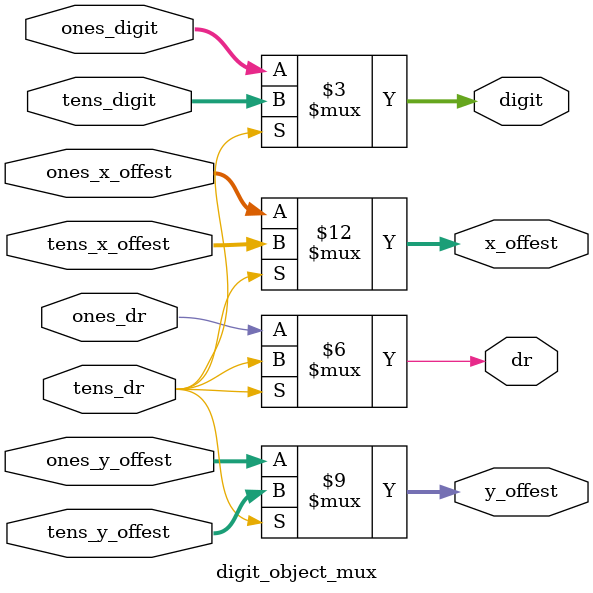
<source format=sv>

module digit_object_mux     	
	(
   // Input, Output Ports
	input	 logic [10:0] ones_x_offest,
	input	 logic [10:0] ones_y_offest,
	input  logic ones_dr, //drawing request
	input  logic [3:0] ones_digit,
	
	input	 logic [10:0] tens_x_offest,
	input	 logic [10:0] tens_y_offest,
	input  logic tens_dr, //drawing request
	input  logic [3:0] tens_digit,
	
	output	logic [10:0] x_offest,
	output	logic [10:0] y_offest,
	output   logic dr, //drawing request
	output   logic [3:0] digit
   );
	
	
always_comb begin
	
		//the object aren't overlaping, thus if one has a dr, the other doesn't
		// if both dr is zero then nothing will be drawen
		x_offest = ones_x_offest;
		y_offest = ones_y_offest;
		dr = ones_dr;
		digit = ones_digit;
		if (tens_dr) begin
			x_offest = tens_x_offest;
			y_offest = tens_y_offest;
			dr = tens_dr;
			digit = tens_digit;
		end
end 

endmodule
</source>
